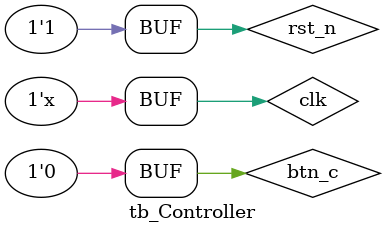
<source format=v>
`timescale 1ns / 1ps

module MiniController(
    clk, btn_c, rst_n,
    glob_state, init_tag, sig_newgame
);
    input clk, btn_c, rst_n;
    output reg [3:0] glob_state = 0;
    output init_tag, sig_newgame;

    wire win_tag = 0;

    parameter state_init = 4'd0;
    parameter state_gaming = 4'd1;
    parameter state_end = 4'd2;

    assign init_tag = (glob_state == state_gaming);
    assign sig_newgame = (glob_state == state_gaming);

    always @(posedge clk) begin
        case (glob_state)
        state_init: begin
            if (btn_c) begin
                glob_state <= state_gaming;
            end
            else begin
                // do nothing
            end
        end
        state_gaming: begin
            if (!rst_n) begin
                glob_state <= state_init;
            end
            else if (win_tag) begin
                glob_state <= state_end;
            end
            else begin
                // do nothing
            end
        end
        state_end: begin
            if (btn_c) begin
                glob_state <= state_init;
            end
        end
        endcase
    end
endmodule

module tb_Controller(
    );
    reg clk = 0;
    reg btn_c = 0;
    reg rst_n = 1;
    wire [3:0] state;
    wire init, ng;

    MiniController ct_inst(
        .clk(clk), .btn_c(btn_c), .rst_n(rst_n),
        .glob_state(state), .init_tag(init), .sig_newgame(ng)
    );

    always #4 clk = ~clk;

    initial begin
        #15 btn_c = 1;
        #15 btn_c = 0;

        #20 rst_n = 0;
        #21 rst_n = 1;
    end
endmodule

</source>
